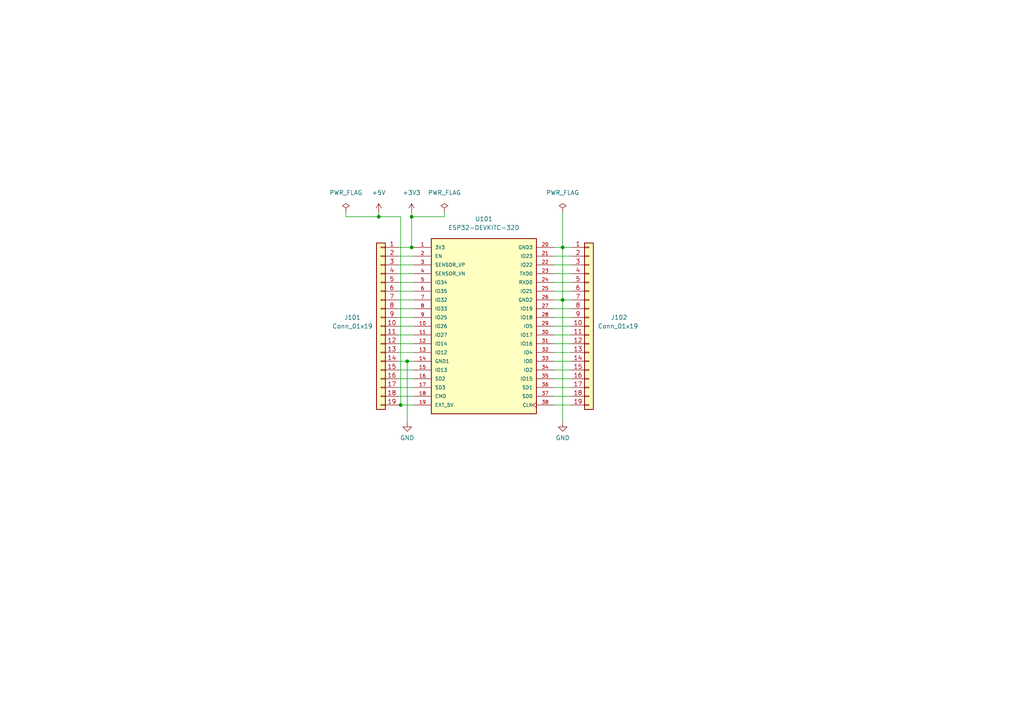
<source format=kicad_sch>
(kicad_sch (version 20211123) (generator eeschema)
  (paper "A4")
  (title_block (title "ESP32 breakout board") (date "2023-01-30") (rev "1.0.0") (company "Resterampe Berlin") (comment 3 "https://creativecommons.org/licenses/by-nc/4.0") (comment 4 "License CC BY-NC 4.0"))
  (lib_symbols
    (symbol "Connector_Generic:Conn_01x19" (pin_names (offset 1.016) hide)
      (property "Reference" "J" (at 0 25.4 0))
      (property "Value" "Conn_01x19" (at 0 -25.4 0))
      (symbol "Conn_01x19_1_1"
        (rectangle (start -1.27 -22.733) (end 0 -22.987) (stroke (width 0.1524)))
        (rectangle (start -1.27 -20.193) (end 0 -20.447) (stroke (width 0.1524)))
        (rectangle (start -1.27 -17.653) (end 0 -17.907) (stroke (width 0.1524)))
        (rectangle (start -1.27 -15.113) (end 0 -15.367) (stroke (width 0.1524)))
        (rectangle (start -1.27 -12.573) (end 0 -12.827) (stroke (width 0.1524)))
        (rectangle (start -1.27 -10.033) (end 0 -10.287) (stroke (width 0.1524)))
        (rectangle (start -1.27 -7.493) (end 0 -7.747) (stroke (width 0.1524)))
        (rectangle (start -1.27 -4.953) (end 0 -5.207) (stroke (width 0.1524)))
        (rectangle (start -1.27 -2.413) (end 0 -2.667) (stroke (width 0.1524)))
        (rectangle (start -1.27 0.127) (end 0 -0.127) (stroke (width 0.1524)))
        (rectangle (start -1.27 2.667) (end 0 2.413) (stroke (width 0.1524)))
        (rectangle (start -1.27 5.207) (end 0 4.953) (stroke (width 0.1524)))
        (rectangle (start -1.27 7.747) (end 0 7.493) (stroke (width 0.1524)))
        (rectangle (start -1.27 10.287) (end 0 10.033) (stroke (width 0.1524)))
        (rectangle (start -1.27 12.827) (end 0 12.573) (stroke (width 0.1524)))
        (rectangle (start -1.27 15.367) (end 0 15.113) (stroke (width 0.1524)))
        (rectangle (start -1.27 17.907) (end 0 17.653) (stroke (width 0.1524)))
        (rectangle (start -1.27 20.447) (end 0 20.193) (stroke (width 0.1524)))
        (rectangle (start -1.27 22.987) (end 0 22.733) (stroke (width 0.1524)))
        (rectangle (start -1.27 24.13) (end 1.27 -24.13) (stroke (width 0.254)) (fill (type background)))
        (pin passive line (at -5.08 22.86 0) (length 3.81) (name "Pin_1") (number "1"))
        (pin passive line (at -5.08 0 0) (length 3.81) (name "Pin_10") (number "10"))
        (pin passive line (at -5.08 -2.54 0) (length 3.81) (name "Pin_11") (number "11"))
        (pin passive line (at -5.08 -5.08 0) (length 3.81) (name "Pin_12") (number "12"))
        (pin passive line (at -5.08 -7.62 0) (length 3.81) (name "Pin_13") (number "13"))
        (pin passive line (at -5.08 -10.16 0) (length 3.81) (name "Pin_14") (number "14"))
        (pin passive line (at -5.08 -12.7 0) (length 3.81) (name "Pin_15") (number "15"))
        (pin passive line (at -5.08 -15.24 0) (length 3.81) (name "Pin_16") (number "16"))
        (pin passive line (at -5.08 -17.78 0) (length 3.81) (name "Pin_17") (number "17"))
        (pin passive line (at -5.08 -20.32 0) (length 3.81) (name "Pin_18") (number "18"))
        (pin passive line (at -5.08 -22.86 0) (length 3.81) (name "Pin_19") (number "19"))
        (pin passive line (at -5.08 20.32 0) (length 3.81) (name "Pin_2") (number "2"))
        (pin passive line (at -5.08 17.78 0) (length 3.81) (name "Pin_3") (number "3"))
        (pin passive line (at -5.08 15.24 0) (length 3.81) (name "Pin_4") (number "4"))
        (pin passive line (at -5.08 12.7 0) (length 3.81) (name "Pin_5") (number "5"))
        (pin passive line (at -5.08 10.16 0) (length 3.81) (name "Pin_6") (number "6"))
        (pin passive line (at -5.08 7.62 0) (length 3.81) (name "Pin_7") (number "7"))
        (pin passive line (at -5.08 5.08 0) (length 3.81) (name "Pin_8") (number "8"))
        (pin passive line (at -5.08 2.54 0) (length 3.81) (name "Pin_9") (number "9"))
      )
    )
    (symbol "MCU_Module:ESP32-DEVKITC-32D" (pin_names (offset 1.016))
      (property "Reference" "U" (at -15.2572 26.0643 0))
      (property "Value" "ESP32-DEVKITC-32D" (at -15.2563 -27.9698 0))
      (symbol "ESP32-DEVKITC-32D_0_0"
        (rectangle (start -15.24 -25.4) (end 15.24 25.4) (stroke (width 0.254)) (fill (type background)))
        (pin power_in line (at -20.32 22.86 0) (length 5.08) (name "3V3") (number "1"))
        (pin bidirectional line (at -20.32 0 0) (length 5.08) (name "IO26") (number "10"))
        (pin bidirectional line (at -20.32 -2.54 0) (length 5.08) (name "IO27") (number "11"))
        (pin bidirectional line (at -20.32 -5.08 0) (length 5.08) (name "IO14") (number "12"))
        (pin bidirectional line (at -20.32 -7.62 0) (length 5.08) (name "IO12") (number "13"))
        (pin power_in line (at -20.32 -10.16 0) (length 5.08) (name "GND1") (number "14"))
        (pin bidirectional line (at -20.32 -12.7 0) (length 5.08) (name "IO13") (number "15"))
        (pin bidirectional line (at -20.32 -15.24 0) (length 5.08) (name "SD2") (number "16"))
        (pin bidirectional line (at -20.32 -17.78 0) (length 5.08) (name "SD3") (number "17"))
        (pin bidirectional line (at -20.32 -20.32 0) (length 5.08) (name "CMD") (number "18"))
        (pin power_in line (at -20.32 -22.86 0) (length 5.08) (name "EXT_5V") (number "19"))
        (pin input line (at -20.32 20.32 0) (length 5.08) (name "EN") (number "2"))
        (pin power_in line (at 20.32 22.86 180) (length 5.08) (name "GND3") (number "20"))
        (pin bidirectional line (at 20.32 20.32 180) (length 5.08) (name "IO23") (number "21"))
        (pin bidirectional line (at 20.32 17.78 180) (length 5.08) (name "IO22") (number "22"))
        (pin output line (at 20.32 15.24 180) (length 5.08) (name "TXD0") (number "23"))
        (pin input line (at 20.32 12.7 180) (length 5.08) (name "RXD0") (number "24"))
        (pin bidirectional line (at 20.32 10.16 180) (length 5.08) (name "IO21") (number "25"))
        (pin power_in line (at 20.32 7.62 180) (length 5.08) (name "GND2") (number "26"))
        (pin bidirectional line (at 20.32 5.08 180) (length 5.08) (name "IO19") (number "27"))
        (pin bidirectional line (at 20.32 2.54 180) (length 5.08) (name "IO18") (number "28"))
        (pin bidirectional line (at 20.32 0 180) (length 5.08) (name "IO5") (number "29"))
        (pin input line (at -20.32 17.78 0) (length 5.08) (name "SENSOR_VP") (number "3"))
        (pin bidirectional line (at 20.32 -2.54 180) (length 5.08) (name "IO17") (number "30"))
        (pin bidirectional line (at 20.32 -5.08 180) (length 5.08) (name "IO16") (number "31"))
        (pin bidirectional line (at 20.32 -7.62 180) (length 5.08) (name "IO4") (number "32"))
        (pin bidirectional line (at 20.32 -10.16 180) (length 5.08) (name "IO0") (number "33"))
        (pin bidirectional line (at 20.32 -12.7 180) (length 5.08) (name "IO2") (number "34"))
        (pin bidirectional line (at 20.32 -15.24 180) (length 5.08) (name "IO15") (number "35"))
        (pin bidirectional line (at 20.32 -17.78 180) (length 5.08) (name "SD1") (number "36"))
        (pin bidirectional line (at 20.32 -20.32 180) (length 5.08) (name "SD0") (number "37"))
        (pin input clock (at 20.32 -22.86 180) (length 5.08) (name "CLK") (number "38"))
        (pin input line (at -20.32 15.24 0) (length 5.08) (name "SENSOR_VN") (number "4"))
        (pin bidirectional line (at -20.32 12.7 0) (length 5.08) (name "IO34") (number "5"))
        (pin bidirectional line (at -20.32 10.16 0) (length 5.08) (name "IO35") (number "6"))
        (pin bidirectional line (at -20.32 7.62 0) (length 5.08) (name "IO32") (number "7"))
        (pin bidirectional line (at -20.32 5.08 0) (length 5.08) (name "IO33") (number "8"))
        (pin bidirectional line (at -20.32 2.54 0) (length 5.08) (name "IO25") (number "9"))
      )
    )
    (symbol "power:+3V3" (power) (pin_names (offset 0))
      (property "Value" "+3V3" (at 0 3.556 0))
      (symbol "+3V3_0_1"
        (polyline (pts (xy -0.762 1.27) (xy 0 2.54)))
        (polyline (pts (xy 0 0) (xy 0 2.54)))
        (polyline (pts (xy 0 2.54) (xy 0.762 1.27)))
      )
      (symbol "+3V3_1_1"
        (pin power_in line (at 0 0 90) (length 0) hide (name "+3V3") (number "1"))
      )
    )
    (symbol "power:+5V" (power) (pin_names (offset 0))
      (property "Value" "+5V" (at 0 3.556 0))
      (symbol "+5V_0_1"
        (polyline (pts (xy -0.762 1.27) (xy 0 2.54)))
        (polyline (pts (xy 0 0) (xy 0 2.54)))
        (polyline (pts (xy 0 2.54) (xy 0.762 1.27)))
      )
      (symbol "+5V_1_1"
        (pin power_in line (at 0 0 90) (length 0) hide (name "+5V") (number "1"))
      )
    )
    (symbol "power:GND" (power) (pin_names (offset 0))
      (property "Value" "GND" (at 0 -3.81 0))
      (symbol "GND_0_1"
        (polyline (pts (xy 0 0) (xy 0 -1.27) (xy 1.27 -1.27) (xy 0 -2.54) (xy -1.27 -1.27) (xy 0 -1.27)))
      )
      (symbol "GND_1_1"
        (pin power_in line (at 0 0 270) (length 0) hide (name "GND") (number "1"))
      )
    )
    (symbol "power:PWR_FLAG" (power) (pin_numbers hide) (pin_names (offset 0) hide)
      (property "Value" "PWR_FLAG" (at 0 3.81 0))
      (symbol "PWR_FLAG_0_0"
        (pin power_out line (at 0 0 90) (length 0) (name "pwr") (number "1"))
      )
      (symbol "PWR_FLAG_0_1"
        (polyline (pts (xy 0 0) (xy 0 1.27) (xy -1.016 1.905) (xy 0 2.54) (xy 1.016 1.905) (xy 0 1.27)))
      )
    )
  )
  (junction (at 119.38 71.755))
  (junction (at 163.195 86.995))
  (junction (at 116.205 117.475))
  (junction (at 118.11 104.775))
  (junction (at 119.38 62.865))
  (junction (at 163.195 71.755))
  (junction (at 109.855 62.865))
  (wire (pts (xy 115.57 74.295) (xy 120.015 74.295)))
  (wire (pts (xy 115.57 89.535) (xy 120.015 89.535)))
  (wire (pts (xy 115.57 86.995) (xy 120.015 86.995)))
  (wire (pts (xy 160.655 84.455) (xy 165.735 84.455)))
  (wire (pts (xy 119.38 71.755) (xy 120.015 71.755)))
  (wire (pts (xy 160.655 81.915) (xy 165.735 81.915)))
  (wire (pts (xy 115.57 84.455) (xy 120.015 84.455)))
  (wire (pts (xy 115.57 94.615) (xy 120.015 94.615)))
  (wire (pts (xy 109.855 62.865) (xy 109.855 61.595)))
  (wire (pts (xy 116.205 62.865) (xy 109.855 62.865)))
  (wire (pts (xy 115.57 81.915) (xy 120.015 81.915)))
  (wire (pts (xy 115.57 76.835) (xy 120.015 76.835)))
  (wire (pts (xy 160.655 104.775) (xy 165.735 104.775)))
  (wire (pts (xy 100.33 61.595) (xy 100.33 62.865)))
  (wire (pts (xy 163.195 86.995) (xy 165.735 86.995)))
  (wire (pts (xy 115.57 114.935) (xy 120.015 114.935)))
  (wire (pts (xy 115.57 109.855) (xy 120.015 109.855)))
  (wire (pts (xy 160.655 86.995) (xy 163.195 86.995)))
  (wire (pts (xy 115.57 99.695) (xy 120.015 99.695)))
  (wire (pts (xy 115.57 104.775) (xy 118.11 104.775)))
  (wire (pts (xy 118.11 104.775) (xy 118.11 122.555)))
  (wire (pts (xy 160.655 92.075) (xy 165.735 92.075)))
  (wire (pts (xy 115.57 102.235) (xy 120.015 102.235)))
  (wire (pts (xy 115.57 107.315) (xy 120.015 107.315)))
  (wire (pts (xy 119.38 61.595) (xy 119.38 62.865)))
  (wire (pts (xy 116.205 62.865) (xy 116.205 117.475)))
  (wire (pts (xy 128.905 62.865) (xy 119.38 62.865)))
  (wire (pts (xy 160.655 89.535) (xy 165.735 89.535)))
  (wire (pts (xy 160.655 99.695) (xy 165.735 99.695)))
  (wire (pts (xy 118.11 104.775) (xy 120.015 104.775)))
  (wire (pts (xy 163.195 71.755) (xy 163.195 86.995)))
  (wire (pts (xy 115.57 79.375) (xy 120.015 79.375)))
  (wire (pts (xy 119.38 62.865) (xy 119.38 71.755)))
  (wire (pts (xy 115.57 92.075) (xy 120.015 92.075)))
  (wire (pts (xy 163.195 86.995) (xy 163.195 122.555)))
  (wire (pts (xy 160.655 114.935) (xy 165.735 114.935)))
  (wire (pts (xy 160.655 109.855) (xy 165.735 109.855)))
  (wire (pts (xy 160.655 112.395) (xy 165.735 112.395)))
  (wire (pts (xy 160.655 117.475) (xy 165.735 117.475)))
  (wire (pts (xy 115.57 71.755) (xy 119.38 71.755)))
  (wire (pts (xy 115.57 112.395) (xy 120.015 112.395)))
  (wire (pts (xy 115.57 117.475) (xy 116.205 117.475)))
  (wire (pts (xy 115.57 97.155) (xy 120.015 97.155)))
  (wire (pts (xy 160.655 74.295) (xy 165.735 74.295)))
  (wire (pts (xy 163.195 71.755) (xy 165.735 71.755)))
  (wire (pts (xy 160.655 97.155) (xy 165.735 97.155)))
  (wire (pts (xy 160.655 76.835) (xy 165.735 76.835)))
  (wire (pts (xy 160.655 71.755) (xy 163.195 71.755)))
  (wire (pts (xy 100.33 62.865) (xy 109.855 62.865)))
  (wire (pts (xy 160.655 102.235) (xy 165.735 102.235)))
  (wire (pts (xy 163.195 61.595) (xy 163.195 71.755)))
  (wire (pts (xy 128.905 61.595) (xy 128.905 62.865)))
  (wire (pts (xy 160.655 107.315) (xy 165.735 107.315)))
  (wire (pts (xy 160.655 79.375) (xy 165.735 79.375)))
  (wire (pts (xy 116.205 117.475) (xy 120.015 117.475)))
  (wire (pts (xy 160.655 94.615) (xy 165.735 94.615)))
  (symbol (lib_id "power:GND") (at 118.11 122.555 0) (unit 1)
    (property "Reference" "#PWR0104" (effects hide))
    (property "Value" "GND" (at 118.11 127 0))
  )
  (symbol (lib_id "Connector_Generic:Conn_01x19") (at 170.815 94.615 0) (unit 1) (in_bom no)
    (property "Reference" "J102" (at 177.165 92.075 0) (effects (justify left)))
    (property "Value" "Conn_01x19" (at 173.355 94.615 0) (effects (justify left)))
    (property "Footprint" "Connector_PinHeader_2.54mm:PinHeader_1x19_P2.54mm_Vertical" (effects hide))
  )
  (symbol (lib_id "power:PWR_FLAG") (at 128.905 61.595 0) (unit 1)
    (property "Reference" "#FLG0102" (effects hide))
    (property "Value" "PWR_FLAG" (at 128.905 55.88 0))
  )
  (symbol (lib_id "power:+5V") (at 109.855 61.595 0) (unit 1)
    (property "Reference" "#PWR0102" (effects hide))
    (property "Value" "+5V" (at 109.855 55.88 0))
  )
  (symbol (lib_id "power:PWR_FLAG") (at 100.33 61.595 0) (unit 1)
    (property "Reference" "#FLG0103" (effects hide))
    (property "Value" "PWR_FLAG" (at 100.33 55.88 0))
  )
  (symbol (lib_id "power:GND") (at 163.195 122.555 0) (unit 1)
    (property "Reference" "#PWR0101" (effects hide))
    (property "Value" "GND" (at 163.195 127 0))
  )
  (symbol (lib_id "Connector_Generic:Conn_01x19") (at 110.49 94.615 0) (mirror y) (unit 1) (in_bom no)
    (property "Reference" "J101" (at 102.235 92.075 0))
    (property "Value" "Conn_01x19" (at 102.235 94.615 0))
    (property "Footprint" "Connector_PinHeader_2.54mm:PinHeader_1x19_P2.54mm_Vertical" (effects hide))
  )
  (symbol (lib_id "power:PWR_FLAG") (at 163.195 61.595 0) (unit 1)
    (property "Reference" "#FLG0101" (effects hide))
    (property "Value" "PWR_FLAG" (at 163.195 55.88 0))
  )
  (symbol (lib_id "MCU_Module:ESP32-DEVKITC-32D") (at 140.335 94.615 0) (unit 1) (in_bom no)
    (property "Reference" "U101" (at 140.335 63.5 0))
    (property "Value" "ESP32-DEVKITC-32D" (at 140.335 66.04 0))
    (property "Footprint" "Module:MODULE_ESP32-DEVKITC-32D" (effects hide))
    (property "MANUFACTURER" "Espressif Systems" (effects hide))
    (property "PARTREV" "4" (effects hide))
  )
  (symbol (lib_id "power:+3V3") (at 119.38 61.595 0) (unit 1)
    (property "Reference" "#PWR0103" (effects hide))
    (property "Value" "+3V3" (at 119.38 55.88 0))
  )
)
</source>
